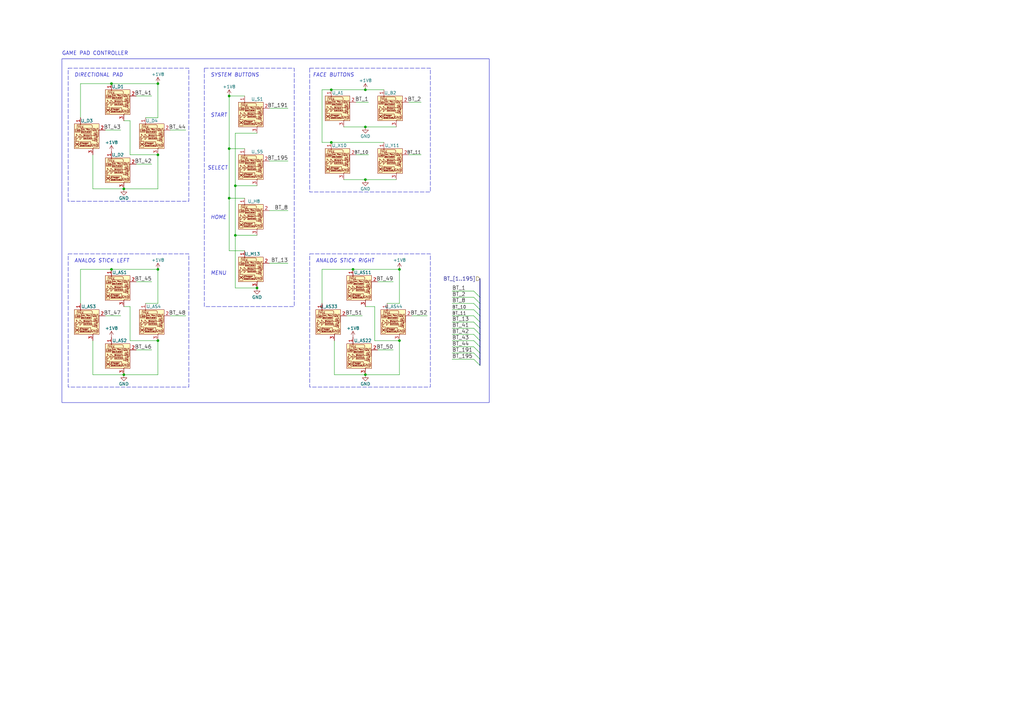
<source format=kicad_sch>
(kicad_sch (version 20230121) (generator eeschema)
  (paper "A3")
  (title_block (date "2023-05-06") (rev "A-A"))
  (lib_symbols
    (symbol "LRJ-parts:TMAG5231A2DQDBZR" (pin_names (offset 1.016))
      (property "Reference" "U" (at -7.62 7.62 0))
      (symbol "TMAG5231A2DQDBZR_0_1"
        (rectangle (start -5.08 5.08) (end 5.08 -5.08) (fill (type background)))
        (polyline (pts (xy -4.699 -0.254) (xy -4.318 -0.254)))
        (polyline (pts (xy -3.429 -3.81) (xy -4.445 -2.794)) (stroke (width 0.254)))
        (polyline (pts (xy -3.429 -2.794) (xy -4.445 -3.81)) (stroke (width 0.254)))
        (polyline (pts (xy 1.905 0.254) (xy 3.175 0.254)))
        (polyline (pts (xy 2.286 -1.778) (xy 3.175 -1.778)))
        (polyline (pts (xy 3.175 -1.778) (xy 3.175 -0.762)))
        (polyline (pts (xy 3.175 0.254) (xy 3.175 1.27)))
        (polyline (pts (xy 3.429 -1.905) (xy 3.429 -1.651)))
        (polyline (pts (xy 3.429 -1.778) (xy 4.191 -1.778)))
        (polyline (pts (xy 3.429 -1.397) (xy 3.429 -1.143)))
        (polyline (pts (xy 3.429 -1.27) (xy 4.064 -1.27)))
        (polyline (pts (xy 3.429 -0.889) (xy 3.429 -0.635)))
        (polyline (pts (xy 3.429 0.127) (xy 3.429 0.381)))
        (polyline (pts (xy 3.429 0.254) (xy 4.191 0.254)))
        (polyline (pts (xy 3.429 0.635) (xy 3.429 0.889)))
        (polyline (pts (xy 3.429 0.762) (xy 4.064 0.762)))
        (polyline (pts (xy 3.429 1.143) (xy 3.429 1.397)))
        (polyline (pts (xy 3.7465 0.5715) (xy 3.7465 0.9525)))
        (polyline (pts (xy 3.7465 0.5715) (xy 4.0005 0.7493)))
        (polyline (pts (xy 3.7465 0.9525) (xy 4.0005 0.7493)))
        (polyline (pts (xy 3.937 -1.4732) (xy 3.683 -1.27)))
        (polyline (pts (xy 3.937 -1.0922) (xy 3.683 -1.27)))
        (polyline (pts (xy 3.937 -1.0922) (xy 3.937 -1.4732)))
      )
      (symbol "TMAG5231A2DQDBZR_1_1"
        (rectangle (start -4.699 -2.032) (end -3.175 -4.572))
        (rectangle (start -4.699 2.921) (end -2.794 1.651))
        (rectangle (start -2.667 -2.286) (end 1.651 -4.318))
        (circle (center -2.54 4.699) (radius 0.1796) (stroke (width -0.0001)) (fill (type outline)))
        (rectangle (start -2.286 3.302) (end 1.905 1.27))
        (rectangle (start -1.27 0.762) (end 1.905 -1.27))
        (polyline (pts (xy -3.175 -3.302) (xy -2.667 -3.302)))
        (polyline (pts (xy -3.175 -0.254) (xy -2.794 -0.254)))
        (polyline (pts (xy -2.794 2.286) (xy -2.286 2.286)))
        (polyline (pts (xy -2.54 -0.508) (xy -2.413 -0.127)) (stroke (width 0.085)))
        (polyline (pts (xy -2.413 -0.127) (xy -2.032 -0.127)) (stroke (width 0.085)))
        (polyline (pts (xy -1.651 -0.254) (xy -1.27 -0.254)))
        (polyline (pts (xy -2.667 -0.508) (xy -2.286 -0.508) (xy -2.159 -0.127)) (stroke (width 0.085)))
        (polyline (pts (xy 2.286 -1.778) (xy 2.286 -0.762) (xy 1.905 -0.762)))
        (polyline (pts (xy 3.429 -0.762) (xy 4.191 -0.762) (xy 4.191 -0.254)))
        (polyline (pts (xy 3.429 1.27) (xy 4.191 1.27) (xy 4.191 1.905)))
        (polyline (pts (xy 3.937 -1.27) (xy 4.191 -1.27) (xy 4.191 -2.413)))
        (polyline (pts (xy 3.937 0.762) (xy 4.191 0.762) (xy 4.191 -0.254)))
        (polyline (pts (xy -4.318 0.889) (xy -4.318 -1.397) (xy -3.175 -0.254) (xy -4.318 0.889)))
        (polyline (pts (xy -4.064 -2.032) (xy -4.064 -2.032) (xy -4.699 -1.524) (xy -4.699 -0.254)))
        (polyline (pts (xy -2.794 0.889) (xy -2.794 -1.397) (xy -1.651 -0.254) (xy -2.794 0.889)))
        (polyline (pts (xy -2.54 5.08) (xy -2.54 4.699) (xy -3.937 4.699) (xy -3.937 4.445) (xy -3.937 2.921)))
        (polyline (pts (xy 2.54 -5.08) (xy 2.794 -4.572) (xy 4.318 -4.572) (xy 4.699 -4.191) (xy 4.699 -3.556) (xy 4.699 -2.794) (xy 4.191 -2.413)))
        (polyline (pts (xy 4.191 -0.254) (xy 4.572 -0.254) (xy 4.826 0) (xy 4.826 0.762) (xy 4.826 1.524) (xy 4.826 2.54) (xy 5.08 2.54)))
        (polyline (pts (xy 4.191 1.905) (xy 3.937 2.159) (xy 2.54 2.159) (xy 2.286 2.54) (xy 2.286 4.318) (xy 1.905 4.699) (xy -2.54 4.699)))
        (circle (center 3.683 -1.27) (radius 0.898) (stroke (width 0.08)))
        (circle (center 3.683 0.762) (radius 0.898) (stroke (width 0.08)))
        (circle (center 4.191 -0.254) (radius 0.1796) (stroke (width -0.0001)) (fill (type outline)))
        (text "Chopper\nstabilizat.\n" (at -2.667 -3.302 0) (effects (font (size 0.55 0.55) italic) (justify left)))
        (text "GND" (at 3.175 -3.683 0) (effects (font (size 0.95 0.95))))
        (text "LDO\n" (at -3.7592 2.2606 0) (effects (font (size 0.55 0.55) italic)))
        (text "Low Pow.\noscillator" (at -2.286 2.286 0) (effects (font (size 0.55 0.55) italic) (justify left)))
        (text "OUT\n\n" (at 3.683 2.159 0) (effects (font (size 0.8 0.8))))
        (text "Output\ncontrol\n" (at -1.27 -0.254 0) (effects (font (size 0.55 0.55) italic) (justify left)))
        (text "Vcc\n" (at -2.413 3.937 0) (effects (font (size 0.95 0.95))))
        (pin power_in line (at -2.54 7.62 270) (length 2.54) (name "VDD") (number "1"))
        (pin output line (at 7.62 2.54 180) (length 2.54) (name "OUT1") (number "2"))
        (pin power_in line (at 2.54 -7.62 90) (length 2.54) (name "GND") (number "3"))
      )
    )
    (symbol "power:+1V8" (power) (pin_names (offset 0))
      (property "Value" "+1V8" (at 0 3.556 0))
      (symbol "+1V8_0_1"
        (polyline (pts (xy -0.762 1.27) (xy 0 2.54)))
        (polyline (pts (xy 0 0) (xy 0 2.54)))
        (polyline (pts (xy 0 2.54) (xy 0.762 1.27)))
      )
      (symbol "+1V8_1_1"
        (pin power_in line (at 0 0 90) (length 0) hide (name "+1V8") (number "1"))
      )
    )
    (symbol "power:GND" (power) (pin_names (offset 0))
      (property "Value" "GND" (at 0 -3.81 0))
      (symbol "GND_0_1"
        (polyline (pts (xy 0 0) (xy 0 -1.27) (xy 1.27 -1.27) (xy 0 -2.54) (xy -1.27 -1.27) (xy 0 -1.27)))
      )
      (symbol "GND_1_1"
        (pin power_in line (at 0 0 270) (length 0) hide (name "GND") (number "1"))
      )
    )
  )
  (junction (at 149.86 36.83))
  (junction (at 135.89 58.42))
  (junction (at 64.77 110.49))
  (junction (at 50.8 77.47))
  (junction (at 96.52 96.52))
  (junction (at 105.41 118.11))
  (junction (at 163.83 110.49))
  (junction (at 64.77 34.29))
  (junction (at 64.77 63.5))
  (junction (at 50.8 153.67))
  (junction (at 149.86 153.67))
  (junction (at 45.72 110.49))
  (junction (at 45.72 34.29))
  (junction (at 135.89 36.83))
  (junction (at 93.98 81.28))
  (junction (at 163.83 139.7))
  (junction (at 64.77 139.7))
  (junction (at 93.98 60.96))
  (junction (at 149.86 73.66))
  (junction (at 93.98 39.37))
  (junction (at 144.78 110.49))
  (junction (at 149.86 52.07))
  (junction (at 96.52 76.2))
  (bus_entry (at 194.31 121.92) (size 2.54 2.54))
  (bus_entry (at 194.31 144.78) (size 2.54 2.54))
  (bus_entry (at 194.31 137.16) (size 2.54 2.54))
  (bus_entry (at 194.31 119.38) (size 2.54 2.54))
  (bus_entry (at 194.31 134.62) (size 2.54 2.54))
  (bus_entry (at 194.31 129.54) (size 2.54 2.54))
  (bus_entry (at 194.31 132.08) (size 2.54 2.54))
  (bus_entry (at 194.31 142.24) (size 2.54 2.54))
  (bus_entry (at 194.31 124.46) (size 2.54 2.54))
  (bus_entry (at 194.31 127) (size 2.54 2.54))
  (bus_entry (at 194.31 139.7) (size 2.54 2.54))
  (bus_entry (at 194.31 147.32) (size 2.54 2.54))
  (wire (pts (xy 135.89 58.42) (xy 157.48 58.42)))
  (wire (pts (xy 50.8 77.47) (xy 64.77 77.47)))
  (bus (pts (xy 196.85 114.3) (xy 196.85 121.92)))
  (wire (pts (xy 185.42 121.92) (xy 194.31 121.92)))
  (wire (pts (xy 142.24 129.54) (xy 148.59 129.54)))
  (wire (pts (xy 64.77 77.47) (xy 64.77 63.5)))
  (wire (pts (xy 168.91 129.54) (xy 175.26 129.54)))
  (wire (pts (xy 64.77 124.46) (xy 64.77 110.49)))
  (wire (pts (xy 69.85 129.54) (xy 76.2 129.54)))
  (wire (pts (xy 53.34 139.7) (xy 64.77 139.7)))
  (bus (pts (xy 196.85 127) (xy 196.85 129.54)))
  (wire (pts (xy 64.77 110.49) (xy 45.72 110.49)))
  (wire (pts (xy 146.05 41.91) (xy 151.13 41.91)))
  (wire (pts (xy 149.86 36.83) (xy 157.48 36.83)))
  (wire (pts (xy 64.77 124.46) (xy 59.69 124.46)))
  (wire (pts (xy 153.67 125.73) (xy 153.67 139.7)))
  (wire (pts (xy 167.64 63.5) (xy 172.72 63.5)))
  (wire (pts (xy 185.42 142.24) (xy 194.31 142.24)))
  (wire (pts (xy 53.34 49.53) (xy 50.8 49.53)))
  (wire (pts (xy 93.98 39.37) (xy 100.33 39.37)))
  (wire (pts (xy 149.86 153.67) (xy 163.83 153.67)))
  (wire (pts (xy 64.77 48.26) (xy 64.77 34.29)))
  (wire (pts (xy 53.34 63.5) (xy 64.77 63.5)))
  (wire (pts (xy 163.83 124.46) (xy 163.83 110.49)))
  (wire (pts (xy 149.86 73.66) (xy 140.97 73.66)))
  (wire (pts (xy 185.42 119.38) (xy 194.31 119.38)))
  (wire (pts (xy 105.41 118.11) (xy 96.52 118.11)))
  (wire (pts (xy 149.86 52.07) (xy 140.97 52.07)))
  (wire (pts (xy 64.77 34.29) (xy 45.72 34.29)))
  (wire (pts (xy 50.8 153.67) (xy 38.1 153.67)))
  (wire (pts (xy 50.8 153.67) (xy 64.77 153.67)))
  (wire (pts (xy 185.42 129.54) (xy 194.31 129.54)))
  (wire (pts (xy 55.88 39.37) (xy 62.23 39.37)))
  (wire (pts (xy 93.98 60.96) (xy 93.98 81.28)))
  (wire (pts (xy 96.52 76.2) (xy 96.52 54.61)))
  (bus (pts (xy 196.85 142.24) (xy 196.85 144.78)))
  (wire (pts (xy 132.08 36.83) (xy 135.89 36.83)))
  (wire (pts (xy 93.98 81.28) (xy 100.33 81.28)))
  (bus (pts (xy 196.85 147.32) (xy 196.85 149.86)))
  (wire (pts (xy 110.49 66.04) (xy 118.11 66.04)))
  (wire (pts (xy 149.86 52.07) (xy 162.56 52.07)))
  (bus (pts (xy 196.85 139.7) (xy 196.85 142.24)))
  (wire (pts (xy 132.08 58.42) (xy 132.08 36.83)))
  (wire (pts (xy 64.77 153.67) (xy 64.77 139.7)))
  (wire (pts (xy 55.88 115.57) (xy 62.23 115.57)))
  (wire (pts (xy 163.83 110.49) (xy 144.78 110.49)))
  (wire (pts (xy 38.1 77.47) (xy 38.1 63.5)))
  (wire (pts (xy 135.89 36.83) (xy 149.86 36.83)))
  (wire (pts (xy 93.98 60.96) (xy 100.33 60.96)))
  (wire (pts (xy 135.89 58.42) (xy 132.08 58.42)))
  (bus (pts (xy 196.85 137.16) (xy 196.85 139.7)))
  (wire (pts (xy 50.8 77.47) (xy 38.1 77.47)))
  (wire (pts (xy 153.67 139.7) (xy 163.83 139.7)))
  (bus (pts (xy 196.85 124.46) (xy 196.85 127)))
  (wire (pts (xy 55.88 67.31) (xy 62.23 67.31)))
  (wire (pts (xy 132.08 110.49) (xy 144.78 110.49)))
  (wire (pts (xy 137.16 153.67) (xy 137.16 139.7)))
  (wire (pts (xy 33.02 110.49) (xy 45.72 110.49)))
  (bus (pts (xy 196.85 132.08) (xy 196.85 134.62)))
  (wire (pts (xy 185.42 132.08) (xy 194.31 132.08)))
  (wire (pts (xy 149.86 153.67) (xy 137.16 153.67)))
  (wire (pts (xy 149.86 73.66) (xy 162.56 73.66)))
  (wire (pts (xy 185.42 144.78) (xy 194.31 144.78)))
  (bus (pts (xy 196.85 134.62) (xy 196.85 137.16)))
  (wire (pts (xy 96.52 118.11) (xy 96.52 96.52)))
  (wire (pts (xy 163.83 153.67) (xy 163.83 139.7)))
  (wire (pts (xy 96.52 54.61) (xy 105.41 54.61)))
  (wire (pts (xy 93.98 102.87) (xy 100.33 102.87)))
  (wire (pts (xy 93.98 81.28) (xy 93.98 102.87)))
  (wire (pts (xy 38.1 153.67) (xy 38.1 139.7)))
  (wire (pts (xy 146.05 63.5) (xy 151.13 63.5)))
  (wire (pts (xy 53.34 125.73) (xy 53.34 139.7)))
  (wire (pts (xy 132.08 124.46) (xy 132.08 110.49)))
  (wire (pts (xy 185.42 147.32) (xy 194.31 147.32)))
  (bus (pts (xy 196.85 144.78) (xy 196.85 147.32)))
  (wire (pts (xy 153.67 125.73) (xy 149.86 125.73)))
  (wire (pts (xy 185.42 139.7) (xy 194.31 139.7)))
  (wire (pts (xy 163.83 124.46) (xy 158.75 124.46)))
  (wire (pts (xy 33.02 48.26) (xy 33.02 34.29)))
  (wire (pts (xy 96.52 96.52) (xy 105.41 96.52)))
  (wire (pts (xy 43.18 53.34) (xy 49.53 53.34)))
  (wire (pts (xy 33.02 124.46) (xy 33.02 110.49)))
  (wire (pts (xy 110.49 107.95) (xy 118.11 107.95)))
  (wire (pts (xy 154.94 115.57) (xy 161.29 115.57)))
  (wire (pts (xy 53.34 49.53) (xy 53.34 63.5)))
  (wire (pts (xy 33.02 34.29) (xy 45.72 34.29)))
  (wire (pts (xy 55.88 143.51) (xy 62.23 143.51)))
  (wire (pts (xy 96.52 76.2) (xy 105.41 76.2)))
  (wire (pts (xy 64.77 48.26) (xy 59.69 48.26)))
  (wire (pts (xy 185.42 137.16) (xy 194.31 137.16)))
  (bus (pts (xy 196.85 129.54) (xy 196.85 132.08)))
  (wire (pts (xy 69.85 53.34) (xy 76.2 53.34)))
  (wire (pts (xy 154.94 143.51) (xy 161.29 143.51)))
  (wire (pts (xy 93.98 39.37) (xy 93.98 60.96)))
  (wire (pts (xy 167.64 41.91) (xy 172.72 41.91)))
  (wire (pts (xy 110.49 86.36) (xy 118.11 86.36)))
  (bus (pts (xy 196.85 121.92) (xy 196.85 124.46)))
  (wire (pts (xy 185.42 134.62) (xy 194.31 134.62)))
  (wire (pts (xy 53.34 125.73) (xy 50.8 125.73)))
  (wire (pts (xy 96.52 96.52) (xy 96.52 76.2)))
  (wire (pts (xy 185.42 127) (xy 194.31 127)))
  (wire (pts (xy 43.18 129.54) (xy 49.53 129.54)))
  (wire (pts (xy 185.42 124.46) (xy 194.31 124.46)))
  (wire (pts (xy 110.49 44.45) (xy 118.11 44.45)))
  (rectangle (start 27.94 27.94) (end 77.47 82.55) (stroke (width 0) (type dash)))
  (rectangle (start 25.4 24.13) (end 200.66 165.1))
  (rectangle (start 83.82 27.94) (end 120.65 125.73) (stroke (width 0) (type dash)))
  (rectangle (start 127 104.14) (end 176.53 158.75) (stroke (width 0) (type dash)))
  (rectangle (start 27.94 104.14) (end 77.47 158.75) (stroke (width 0) (type dash)))
  (rectangle (start 127 27.94) (end 176.53 78.74) (stroke (width 0) (type dash)))
  (text "DIRECTIONAL PAD" (at 30.48 31.75 0) (effects (font (size 1.524 1.524) italic) (justify left bottom)))
  (text "ANALOG STICK LEFT" (at 30.48 107.95 0) (effects (font (size 1.524 1.524) italic) (justify left bottom)))
  (text "HOME" (at 86.36 90.17 0) (effects (font (size 1.524 1.524) italic) (justify left bottom)))
  (text "ANALOG STICK RIGHT" (at 129.54 107.95 0) (effects (font (size 1.524 1.524) italic) (justify left bottom)))
  (text "SELECT" (at 85.09 69.85 0) (effects (font (size 1.524 1.524) italic) (justify left bottom)))
  (text "START" (at 86.36 48.26 0) (effects (font (size 1.524 1.524) italic) (justify left bottom)))
  (text "MENU" (at 86.36 113.03 0) (effects (font (size 1.524 1.524) italic) (justify left bottom)))
  (text "GAME PAD CONTROLLER" (at 25.4 22.86 0) (effects (font (size 1.524 1.524)) (justify left bottom)))
  (text "FACE BUTTONS" (at 128.27 31.75 0) (effects (font (size 1.524 1.524) italic) (justify left bottom)))
  (text "SYSTEM BUTTONS" (at 86.36 31.75 0) (effects (font (size 1.524 1.524) italic) (justify left bottom)))
  (label "BT_52" (at 175.26 129.54 180) (effects (font (size 1.524 1.524))))
  (label "BT_10" (at 151.13 63.5 180))
  (label "BT_2" (at 172.72 41.91 180) (effects (font (size 1.524 1.524))))
  (label "BT_46" (at 62.23 143.51 180) (effects (font (size 1.524 1.524))))
  (label "BT_13" (at 118.11 107.95 180) (effects (font (size 1.524 1.524))))
  (label "BT_51" (at 148.59 129.54 180) (effects (font (size 1.524 1.524))))
  (label "BT_8" (at 118.11 86.36 180) (effects (font (size 1.524 1.524))))
  (label "BT_45" (at 62.23 115.57 180) (effects (font (size 1.524 1.524))))
  (label "BT_11" (at 185.42 129.54 0))
  (label "BT_195" (at 118.11 66.04 180) (effects (font (size 1.524 1.524))))
  (label "BT_11" (at 172.72 63.5 180))
  (label "BT_41" (at 185.42 134.62 0) (effects (font (size 1.524 1.524))))
  (label "BT_44" (at 76.2 53.34 180) (effects (font (size 1.524 1.524))))
  (label "BT_42" (at 62.23 67.31 180) (effects (font (size 1.524 1.524))))
  (label "BT_191" (at 185.42 144.78 0) (effects (font (size 1.524 1.524))))
  (label "BT_13" (at 185.42 132.08 0) (effects (font (size 1.524 1.524))))
  (label "BT_43" (at 185.42 139.7 0) (effects (font (size 1.524 1.524))))
  (label "BT_191" (at 118.11 44.45 180) (effects (font (size 1.524 1.524))))
  (label "BT_42" (at 185.42 137.16 0) (effects (font (size 1.524 1.524))))
  (label "BT_48" (at 76.2 129.54 180) (effects (font (size 1.524 1.524))))
  (label "BT_195" (at 185.42 147.32 0) (effects (font (size 1.524 1.524))))
  (label "BT_50" (at 161.29 143.51 180) (effects (font (size 1.524 1.524))))
  (label "BT_2" (at 185.42 121.92 0) (effects (font (size 1.524 1.524))))
  (label "BT_1" (at 185.42 119.38 0) (effects (font (size 1.524 1.524))))
  (label "BT_47" (at 49.53 129.54 180) (effects (font (size 1.524 1.524))))
  (label "BT_43" (at 49.53 53.34 180) (effects (font (size 1.524 1.524))))
  (label "BT_41" (at 62.23 39.37 180) (effects (font (size 1.524 1.524))))
  (label "BT_10" (at 185.42 127 0))
  (label "BT_44" (at 185.42 142.24 0) (effects (font (size 1.524 1.524))))
  (label "BT_49" (at 161.29 115.57 180) (effects (font (size 1.524 1.524))))
  (label "BT_1" (at 151.13 41.91 180) (effects (font (size 1.524 1.524))))
  (label "BT_8" (at 185.42 124.46 0) (effects (font (size 1.524 1.524))))
  (hierarchical_label "BT_[1..195]" (shape input) (at 196.85 114.3 180) (effects (font (size 1.524 1.524))))
  (symbol (lib_id "power:+1V8") (at 45.72 138.43 0) (unit 1)
    (property "Reference" "#PWR018" (effects hide))
    (property "Value" "+1V8" (at 45.72 134.62 0))
    (instances (project "FP8-testboard-AA" (path "" (reference "#PWR018") (unit 1)) (path "" (reference "#PWR025") (unit 1))))
  )
  (symbol (lib_id "power:+1V8") (at 163.83 110.49 0) (unit 1)
    (property "Reference" "#PWR018" (effects hide))
    (property "Value" "+1V8" (at 163.83 106.68 0))
    (instances (project "FP8-testboard-AA" (path "" (reference "#PWR018") (unit 1)) (path "" (reference "#PWR030") (unit 1))))
  )
  (symbol (lib_id "LRJ-parts:TMAG5231A2DQDBZR") (at 102.87 68.58 0) (unit 1)
    (property "Reference" "U_S5" (at 107.95 62.23 0) (effects (justify right)))
    (property "Value" "Hall_Sensor" (effects hide))
    (property "Footprint" "Package_TO_SOT_SMD:SOT-23-3" (effects hide))
    (property "Datasheet" "https://www.silabs.com/documents/public/data-sheets/si720x-data-sheet.pdf" (effects hide))
    (property "MPN" "TMAG5231A2DQDBZR" (effects hide))
    (property "Manufacturer" "Texas Instruments" (effects hide))
    (property "Voltage rating" "5.5V" (effects hide))
    (property "Current rating" "5mA" (effects hide))
    (property "Operating temperature" "-40°C ~ +125°C" (effects hide))
    (property "Description" "Hall Effect Sensor, SOT-23-3, 5.5V, 8mA, -40°C ~ +125°C" (effects hide))
  )
  (symbol (lib_id "power:+1V8") (at 149.86 36.83 0) (unit 1)
    (property "Reference" "#PWR018" (effects hide))
    (property "Value" "+1V8" (at 149.86 33.02 0))
    (instances (project "FP8-testboard-AA" (path "" (reference "#PWR018") (unit 1)) (path "" (reference "#PWR021") (unit 1))))
  )
  (symbol (lib_id "power:GND") (at 50.8 77.47 0) (mirror y) (unit 1)
    (property "Reference" "#PWR04" (effects hide))
    (property "Value" "GND" (at 50.8 81.28 0))
    (instances (project "FP8-testboard-AA" (path "" (reference "#PWR04") (unit 1)) (path "" (reference "#PWR013") (unit 1)) (path "" (reference "#PWR015") (unit 1))))
  )
  (symbol (lib_id "power:+1V8") (at 93.98 39.37 0) (unit 1)
    (property "Reference" "#PWR018" (effects hide))
    (property "Value" "+1V8" (at 93.98 35.56 0))
    (instances (project "FP8-testboard-AA" (path "" (reference "#PWR018") (unit 1)) (path "" (reference "#PWR022") (unit 1))))
  )
  (symbol (lib_id "LRJ-parts:TMAG5231A2DQDBZR") (at 134.62 132.08 0) (unit 1)
    (property "Reference" "U_AS33" (at 138.43 125.73 0) (effects (justify right)))
    (property "Value" "Hall_Sensor" (effects hide))
    (property "Footprint" "Package_TO_SOT_SMD:SOT-23-3" (effects hide))
    (property "Datasheet" "https://www.silabs.com/documents/public/data-sheets/si720x-data-sheet.pdf" (effects hide))
    (property "MPN" "TMAG5231A2DQDBZR" (effects hide))
    (property "Manufacturer" "Texas Instruments" (effects hide))
    (property "Voltage rating" "5.5V" (effects hide))
    (property "Current rating" "5mA" (effects hide))
    (property "Operating temperature" "-40°C ~ +125°C" (effects hide))
    (property "Description" "Hall Effect Sensor, SOT-23-3, 5.5V, 8mA, -40°C ~ +125°C" (effects hide))
  )
  (symbol (lib_id "LRJ-parts:TMAG5231A2DQDBZR") (at 62.23 55.88 0) (unit 1)
    (property "Reference" "U_D4" (at 64.77 49.53 0) (effects (justify right)))
    (property "Value" "Hall_Sensor" (effects hide))
    (property "Footprint" "Package_TO_SOT_SMD:SOT-23-3" (effects hide))
    (property "Datasheet" "https://www.silabs.com/documents/public/data-sheets/si720x-data-sheet.pdf" (effects hide))
    (property "MPN" "TMAG5231A2DQDBZR" (effects hide))
    (property "Manufacturer" "Texas Instruments" (effects hide))
    (property "Voltage rating" "5.5V" (effects hide))
    (property "Current rating" "5mA" (effects hide))
    (property "Operating temperature" "-40°C ~ +125°C" (effects hide))
    (property "Description" "Hall Effect Sensor, SOT-23-3, 5.5V, 8mA, -40°C ~ +125°C" (effects hide))
  )
  (symbol (lib_id "LRJ-parts:TMAG5231A2DQDBZR") (at 102.87 88.9 0) (unit 1)
    (property "Reference" "U_H8" (at 106.68 82.55 0) (effects (justify right)))
    (property "Value" "Hall_Sensor" (effects hide))
    (property "Footprint" "Package_TO_SOT_SMD:SOT-23-3" (effects hide))
    (property "Datasheet" "https://www.silabs.com/documents/public/data-sheets/si720x-data-sheet.pdf" (effects hide))
    (property "MPN" "TMAG5231A2DQDBZR" (effects hide))
    (property "Manufacturer" "Texas Instruments" (effects hide))
    (property "Voltage rating" "5.5V" (effects hide))
    (property "Current rating" "5mA" (effects hide))
    (property "Operating temperature" "-40°C ~ +125°C" (effects hide))
    (property "Description" "Hall Effect Sensor, SOT-23-3, 5.5V, 8mA, -40°C ~ +125°C" (effects hide))
  )
  (symbol (lib_id "power:+1V8") (at 64.77 110.49 0) (unit 1)
    (property "Reference" "#PWR018" (effects hide))
    (property "Value" "+1V8" (at 64.77 106.68 0))
    (instances (project "FP8-testboard-AA" (path "" (reference "#PWR018") (unit 1)) (path "" (reference "#PWR027") (unit 1))))
  )
  (symbol (lib_id "power:GND") (at 149.86 73.66 0) (mirror y) (unit 1)
    (property "Reference" "#PWR04" (effects hide))
    (property "Value" "GND" (at 149.86 77.47 0))
    (instances (project "FP8-testboard-AA" (path "" (reference "#PWR04") (unit 1)) (path "" (reference "#PWR013") (unit 1)) (path "" (reference "#PWR02") (unit 1))))
  )
  (symbol (lib_id "LRJ-parts:TMAG5231A2DQDBZR") (at 161.29 132.08 0) (unit 1)
    (property "Reference" "U_AS44" (at 165.1 125.73 0) (effects (justify right)))
    (property "Value" "Hall_Sensor" (effects hide))
    (property "Footprint" "Package_TO_SOT_SMD:SOT-23-3" (effects hide))
    (property "Datasheet" "https://www.silabs.com/documents/public/data-sheets/si720x-data-sheet.pdf" (effects hide))
    (property "MPN" "TMAG5231A2DQDBZR" (effects hide))
    (property "Manufacturer" "Texas Instruments" (effects hide))
    (property "Voltage rating" "5.5V" (effects hide))
    (property "Current rating" "5mA" (effects hide))
    (property "Operating temperature" "-40°C ~ +125°C" (effects hide))
    (property "Description" "Hall Effect Sensor, SOT-23-3, 5.5V, 8mA, -40°C ~ +125°C" (effects hide))
  )
  (symbol (lib_id "LRJ-parts:TMAG5231A2DQDBZR") (at 160.02 66.04 0) (unit 1)
    (property "Reference" "U_Y11" (at 163.83 59.69 0) (effects (justify right)))
    (property "Value" "Hall_Sensor" (effects hide))
    (property "Footprint" "Package_TO_SOT_SMD:SOT-23-3" (effects hide))
    (property "Datasheet" "https://www.silabs.com/documents/public/data-sheets/si720x-data-sheet.pdf" (effects hide))
    (property "MPN" "TMAG5231A2DQDBZR" (effects hide))
    (property "Manufacturer" "Texas Instruments" (effects hide))
    (property "Voltage rating" "5.5V" (effects hide))
    (property "Current rating" "5mA" (effects hide))
    (property "Operating temperature" "-40°C ~ +125°C" (effects hide))
    (property "Description" "Hall Effect Sensor, SOT-23-3, 5.5V, 8mA, -40°C ~ +125°C" (effects hide))
  )
  (symbol (lib_id "LRJ-parts:TMAG5231A2DQDBZR") (at 35.56 55.88 0) (unit 1)
    (property "Reference" "U_D3" (at 38.1 49.53 0) (effects (justify right)))
    (property "Value" "Hall_Sensor" (effects hide))
    (property "Footprint" "Package_TO_SOT_SMD:SOT-23-3" (effects hide))
    (property "Datasheet" "https://www.silabs.com/documents/public/data-sheets/si720x-data-sheet.pdf" (effects hide))
    (property "MPN" "TMAG5231A2DQDBZR" (effects hide))
    (property "Manufacturer" "Texas Instruments" (effects hide))
    (property "Voltage rating" "5.5V" (effects hide))
    (property "Current rating" "5mA" (effects hide))
    (property "Operating temperature" "-40°C ~ +125°C" (effects hide))
    (property "Description" "Hall Effect Sensor, SOT-23-3, 5.5V, 8mA, -40°C ~ +125°C" (effects hide))
  )
  (symbol (lib_id "LRJ-parts:TMAG5231A2DQDBZR") (at 48.26 41.91 0) (unit 1)
    (property "Reference" "U_D1" (at 50.8 35.56 0) (effects (justify right)))
    (property "Value" "Hall_Sensor" (effects hide))
    (property "Footprint" "Package_TO_SOT_SMD:SOT-23-3" (effects hide))
    (property "Datasheet" "https://www.silabs.com/documents/public/data-sheets/si720x-data-sheet.pdf" (effects hide))
    (property "MPN" "TMAG5231A2DQDBZR" (effects hide))
    (property "Manufacturer" "Texas Instruments" (effects hide))
    (property "Voltage rating" "5.5V" (effects hide))
    (property "Current rating" "5mA" (effects hide))
    (property "Operating temperature" "-40°C ~ +125°C" (effects hide))
    (property "Description" "Hall Effect Sensor, SOT-23-3, 5.5V, 8mA, -40°C ~ +125°C" (effects hide))
  )
  (symbol (lib_id "power:GND") (at 105.41 118.11 0) (mirror y) (unit 1)
    (property "Reference" "#PWR04" (effects hide))
    (property "Value" "GND" (at 105.41 121.92 0))
    (instances (project "FP8-testboard-AA" (path "" (reference "#PWR04") (unit 1)) (path "" (reference "#PWR013") (unit 1)) (path "" (reference "#PWR016") (unit 1))))
  )
  (symbol (lib_id "power:GND") (at 50.8 153.67 0) (mirror y) (unit 1)
    (property "Reference" "#PWR04" (effects hide))
    (property "Value" "GND" (at 50.8 157.48 0))
    (instances (project "FP8-testboard-AA" (path "" (reference "#PWR04") (unit 1)) (path "" (reference "#PWR013") (unit 1)) (path "" (reference "#PWR026") (unit 1))))
  )
  (symbol (lib_id "power:GND") (at 149.86 153.67 0) (mirror y) (unit 1)
    (property "Reference" "#PWR04" (effects hide))
    (property "Value" "GND" (at 149.86 157.48 0))
    (instances (project "FP8-testboard-AA" (path "" (reference "#PWR04") (unit 1)) (path "" (reference "#PWR013") (unit 1)) (path "" (reference "#PWR029") (unit 1))))
  )
  (symbol (lib_id "LRJ-parts:TMAG5231A2DQDBZR") (at 48.26 118.11 0) (unit 1)
    (property "Reference" "U_AS1" (at 52.07 111.76 0) (effects (justify right)))
    (property "Value" "Hall_Sensor" (effects hide))
    (property "Footprint" "Package_TO_SOT_SMD:SOT-23-3" (effects hide))
    (property "Datasheet" "https://www.silabs.com/documents/public/data-sheets/si720x-data-sheet.pdf" (effects hide))
    (property "MPN" "TMAG5231A2DQDBZR" (effects hide))
    (property "Manufacturer" "Texas Instruments" (effects hide))
    (property "Voltage rating" "5.5V" (effects hide))
    (property "Current rating" "5mA" (effects hide))
    (property "Operating temperature" "-40°C ~ +125°C" (effects hide))
    (property "Description" "Hall Effect Sensor, SOT-23-3, 5.5V, 8mA, -40°C ~ +125°C" (effects hide))
  )
  (symbol (lib_id "power:+1V8") (at 144.78 138.43 0) (unit 1)
    (property "Reference" "#PWR018" (effects hide))
    (property "Value" "+1V8" (at 144.78 134.62 0))
    (instances (project "FP8-testboard-AA" (path "" (reference "#PWR018") (unit 1)) (path "" (reference "#PWR028") (unit 1))))
  )
  (symbol (lib_id "power:GND") (at 149.86 52.07 0) (mirror y) (unit 1)
    (property "Reference" "#PWR04" (effects hide))
    (property "Value" "GND" (at 149.86 55.88 0))
    (instances (project "FP8-testboard-AA" (path "" (reference "#PWR04") (unit 1)) (path "" (reference "#PWR013") (unit 1)) (path "" (reference "#PWR014") (unit 1))))
  )
  (symbol (lib_id "LRJ-parts:TMAG5231A2DQDBZR") (at 102.87 46.99 0) (unit 1)
    (property "Reference" "U_S1" (at 107.95 40.64 0) (effects (justify right)))
    (property "Value" "Hall_Sensor" (effects hide))
    (property "Footprint" "Package_TO_SOT_SMD:SOT-23-3" (effects hide))
    (property "Datasheet" "https://www.silabs.com/documents/public/data-sheets/si720x-data-sheet.pdf" (effects hide))
    (property "MPN" "TMAG5231A2DQDBZR" (effects hide))
    (property "Manufacturer" "Texas Instruments" (effects hide))
    (property "Voltage rating" "5.5V" (effects hide))
    (property "Current rating" "5mA" (effects hide))
    (property "Operating temperature" "-40°C ~ +125°C" (effects hide))
    (property "Description" "Hall Effect Sensor, SOT-23-3, 5.5V, 8mA, -40°C ~ +125°C" (effects hide))
  )
  (symbol (lib_id "LRJ-parts:TMAG5231A2DQDBZR") (at 138.43 66.04 0) (unit 1)
    (property "Reference" "U_X10" (at 142.24 59.69 0) (effects (justify right)))
    (property "Value" "Hall_Sensor" (effects hide))
    (property "Footprint" "Package_TO_SOT_SMD:SOT-23-3" (effects hide))
    (property "Datasheet" "https://www.silabs.com/documents/public/data-sheets/si720x-data-sheet.pdf" (effects hide))
    (property "MPN" "TMAG5231A2DQDBZR" (effects hide))
    (property "Manufacturer" "Texas Instruments" (effects hide))
    (property "Voltage rating" "5.5V" (effects hide))
    (property "Current rating" "5mA" (effects hide))
    (property "Operating temperature" "-40°C ~ +125°C" (effects hide))
    (property "Description" "Hall Effect Sensor, SOT-23-3, 5.5V, 8mA, -40°C ~ +125°C" (effects hide))
  )
  (symbol (lib_id "LRJ-parts:TMAG5231A2DQDBZR") (at 35.56 132.08 0) (unit 1)
    (property "Reference" "U_AS3" (at 39.37 125.73 0) (effects (justify right)))
    (property "Value" "Hall_Sensor" (effects hide))
    (property "Footprint" "Package_TO_SOT_SMD:SOT-23-3" (effects hide))
    (property "Datasheet" "https://www.silabs.com/documents/public/data-sheets/si720x-data-sheet.pdf" (effects hide))
    (property "MPN" "TMAG5231A2DQDBZR" (effects hide))
    (property "Manufacturer" "Texas Instruments" (effects hide))
    (property "Voltage rating" "5.5V" (effects hide))
    (property "Current rating" "5mA" (effects hide))
    (property "Operating temperature" "-40°C ~ +125°C" (effects hide))
    (property "Description" "Hall Effect Sensor, SOT-23-3, 5.5V, 8mA, -40°C ~ +125°C" (effects hide))
  )
  (symbol (lib_id "power:+1V8") (at 45.72 62.23 0) (unit 1)
    (property "Reference" "#PWR018" (effects hide))
    (property "Value" "+1V8" (at 45.72 58.42 0))
    (instances (project "FP8-testboard-AA" (path "" (reference "#PWR018") (unit 1)) (path "" (reference "#PWR020") (unit 1))))
  )
  (symbol (lib_id "LRJ-parts:TMAG5231A2DQDBZR") (at 48.26 146.05 0) (unit 1)
    (property "Reference" "U_AS2" (at 52.07 139.7 0) (effects (justify right)))
    (property "Value" "Hall_Sensor" (effects hide))
    (property "Footprint" "Package_TO_SOT_SMD:SOT-23-3" (effects hide))
    (property "Datasheet" "https://www.silabs.com/documents/public/data-sheets/si720x-data-sheet.pdf" (effects hide))
    (property "MPN" "TMAG5231A2DQDBZR" (effects hide))
    (property "Manufacturer" "Texas Instruments" (effects hide))
    (property "Voltage rating" "5.5V" (effects hide))
    (property "Current rating" "5mA" (effects hide))
    (property "Operating temperature" "-40°C ~ +125°C" (effects hide))
    (property "Description" "Hall Effect Sensor, SOT-23-3, 5.5V, 8mA, -40°C ~ +125°C" (effects hide))
  )
  (symbol (lib_id "LRJ-parts:TMAG5231A2DQDBZR") (at 147.32 118.11 0) (unit 1)
    (property "Reference" "U_AS11" (at 152.4 111.76 0) (effects (justify right)))
    (property "Value" "Hall_Sensor" (effects hide))
    (property "Footprint" "Package_TO_SOT_SMD:SOT-23-3" (effects hide))
    (property "Datasheet" "https://www.silabs.com/documents/public/data-sheets/si720x-data-sheet.pdf" (effects hide))
    (property "MPN" "TMAG5231A2DQDBZR" (effects hide))
    (property "Manufacturer" "Texas Instruments" (effects hide))
    (property "Voltage rating" "5.5V" (effects hide))
    (property "Current rating" "5mA" (effects hide))
    (property "Operating temperature" "-40°C ~ +125°C" (effects hide))
    (property "Description" "Hall Effect Sensor, SOT-23-3, 5.5V, 8mA, -40°C ~ +125°C" (effects hide))
  )
  (symbol (lib_id "LRJ-parts:TMAG5231A2DQDBZR") (at 62.23 132.08 0) (unit 1)
    (property "Reference" "U_AS4" (at 66.04 125.73 0) (effects (justify right)))
    (property "Value" "Hall_Sensor" (effects hide))
    (property "Footprint" "Package_TO_SOT_SMD:SOT-23-3" (effects hide))
    (property "Datasheet" "https://www.silabs.com/documents/public/data-sheets/si720x-data-sheet.pdf" (effects hide))
    (property "MPN" "TMAG5231A2DQDBZR" (effects hide))
    (property "Manufacturer" "Texas Instruments" (effects hide))
    (property "Voltage rating" "5.5V" (effects hide))
    (property "Current rating" "5mA" (effects hide))
    (property "Operating temperature" "-40°C ~ +125°C" (effects hide))
    (property "Description" "Hall Effect Sensor, SOT-23-3, 5.5V, 8mA, -40°C ~ +125°C" (effects hide))
  )
  (symbol (lib_id "LRJ-parts:TMAG5231A2DQDBZR") (at 160.02 44.45 0) (unit 1)
    (property "Reference" "U_B2" (at 162.56 38.1 0) (effects (justify right)))
    (property "Value" "Hall_Sensor" (effects hide))
    (property "Footprint" "Package_TO_SOT_SMD:SOT-23-3" (effects hide))
    (property "Datasheet" "https://www.silabs.com/documents/public/data-sheets/si720x-data-sheet.pdf" (effects hide))
    (property "MPN" "TMAG5231A2DQDBZR" (effects hide))
    (property "Manufacturer" "Texas Instruments" (effects hide))
    (property "Voltage rating" "5.5V" (effects hide))
    (property "Current rating" "5mA" (effects hide))
    (property "Operating temperature" "-40°C ~ +125°C" (effects hide))
    (property "Description" "Hall Effect Sensor, SOT-23-3, 5.5V, 8mA, -40°C ~ +125°C" (effects hide))
  )
  (symbol (lib_id "LRJ-parts:TMAG5231A2DQDBZR") (at 138.43 44.45 0) (unit 1)
    (property "Reference" "U_A1" (at 140.97 38.1 0) (effects (justify right)))
    (property "Value" "Hall_Sensor" (effects hide))
    (property "Footprint" "Package_TO_SOT_SMD:SOT-23-3" (effects hide))
    (property "Datasheet" "https://www.silabs.com/documents/public/data-sheets/si720x-data-sheet.pdf" (effects hide))
    (property "MPN" "TMAG5231A2DQDBZR" (effects hide))
    (property "Manufacturer" "Texas Instruments" (effects hide))
    (property "Voltage rating" "5.5V" (effects hide))
    (property "Current rating" "5mA" (effects hide))
    (property "Operating temperature" "-40°C ~ +125°C" (effects hide))
    (property "Description" "Hall Effect Sensor, SOT-23-3, 5.5V, 8mA, -40°C ~ +125°C" (effects hide))
  )
  (symbol (lib_id "LRJ-parts:TMAG5231A2DQDBZR") (at 102.87 110.49 0) (unit 1)
    (property "Reference" "U_M13" (at 106.68 104.14 0) (effects (justify right)))
    (property "Value" "Hall_Sensor" (effects hide))
    (property "Footprint" "Package_TO_SOT_SMD:SOT-23-3" (effects hide))
    (property "Datasheet" "https://www.silabs.com/documents/public/data-sheets/si720x-data-sheet.pdf" (effects hide))
    (property "MPN" "TMAG5231A2DQDBZR" (effects hide))
    (property "Manufacturer" "Texas Instruments" (effects hide))
    (property "Voltage rating" "5.5V" (effects hide))
    (property "Current rating" "5mA" (effects hide))
    (property "Operating temperature" "-40°C ~ +125°C" (effects hide))
    (property "Description" "Hall Effect Sensor, SOT-23-3, 5.5V, 8mA, -40°C ~ +125°C" (effects hide))
  )
  (symbol (lib_id "LRJ-parts:TMAG5231A2DQDBZR") (at 147.32 146.05 0) (unit 1)
    (property "Reference" "U_AS22" (at 152.4 139.7 0) (effects (justify right)))
    (property "Value" "Hall_Sensor" (effects hide))
    (property "Footprint" "Package_TO_SOT_SMD:SOT-23-3" (effects hide))
    (property "Datasheet" "https://www.silabs.com/documents/public/data-sheets/si720x-data-sheet.pdf" (effects hide))
    (property "MPN" "TMAG5231A2DQDBZR" (effects hide))
    (property "Manufacturer" "Texas Instruments" (effects hide))
    (property "Voltage rating" "5.5V" (effects hide))
    (property "Current rating" "5mA" (effects hide))
    (property "Operating temperature" "-40°C ~ +125°C" (effects hide))
    (property "Description" "Hall Effect Sensor, SOT-23-3, 5.5V, 8mA, -40°C ~ +125°C" (effects hide))
  )
  (symbol (lib_id "power:+1V8") (at 64.77 34.29 0) (unit 1)
    (property "Reference" "#PWR018" (effects hide))
    (property "Value" "+1V8" (at 64.77 30.48 0))
    (instances (project "FP8-testboard-AA" (path "" (reference "#PWR018") (unit 1)) (path "" (reference "#PWR019") (unit 1))))
  )
  (symbol (lib_id "LRJ-parts:TMAG5231A2DQDBZR") (at 48.26 69.85 0) (unit 1)
    (property "Reference" "U_D2" (at 50.8 63.5 0) (effects (justify right)))
    (property "Value" "Hall_Sensor" (effects hide))
    (property "Footprint" "Package_TO_SOT_SMD:SOT-23-3" (effects hide))
    (property "Datasheet" "https://www.silabs.com/documents/public/data-sheets/si720x-data-sheet.pdf" (effects hide))
    (property "MPN" "TMAG5231A2DQDBZR" (effects hide))
    (property "Manufacturer" "Texas Instruments" (effects hide))
    (property "Voltage rating" "5.5V" (effects hide))
    (property "Current rating" "5mA" (effects hide))
    (property "Operating temperature" "-40°C ~ +125°C" (effects hide))
    (property "Description" "Hall Effect Sensor, SOT-23-3, 5.5V, 8mA, -40°C ~ +125°C" (effects hide))
  )
)
</source>
